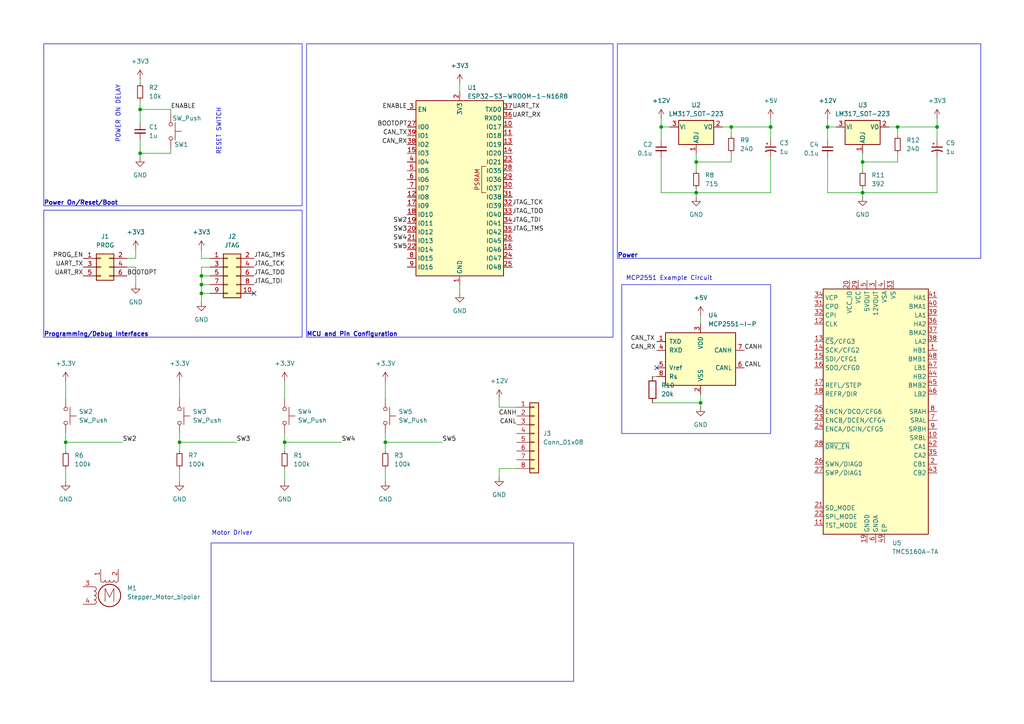
<source format=kicad_sch>
(kicad_sch (version 20231120) (generator "eeschema") (generator_version "8.0")
  (paper "A4")
  (lib_symbols
    (symbol "Connector_Generic:Conn_01x08" (pin_names (offset 1.016) hide)
      (property "Reference" "J" (at 0 10.16 0))
      (property "Value" "Conn_01x08" (at 0 -12.7 0))
      (symbol "Conn_01x08_1_1"
        (rectangle (start -1.27 -10.033) (end 0 -10.287) (stroke (width 0.1524)))
        (rectangle (start -1.27 -7.493) (end 0 -7.747) (stroke (width 0.1524)))
        (rectangle (start -1.27 -4.953) (end 0 -5.207) (stroke (width 0.1524)))
        (rectangle (start -1.27 -2.413) (end 0 -2.667) (stroke (width 0.1524)))
        (rectangle (start -1.27 0.127) (end 0 -0.127) (stroke (width 0.1524)))
        (rectangle (start -1.27 2.667) (end 0 2.413) (stroke (width 0.1524)))
        (rectangle (start -1.27 5.207) (end 0 4.953) (stroke (width 0.1524)))
        (rectangle (start -1.27 7.747) (end 0 7.493) (stroke (width 0.1524)))
        (rectangle (start -1.27 8.89) (end 1.27 -11.43) (stroke (width 0.254)) (fill (type background)))
        (pin passive line (at -5.08 7.62 0) (length 3.81) (name "Pin_1") (number "1"))
        (pin passive line (at -5.08 5.08 0) (length 3.81) (name "Pin_2") (number "2"))
        (pin passive line (at -5.08 2.54 0) (length 3.81) (name "Pin_3") (number "3"))
        (pin passive line (at -5.08 0 0) (length 3.81) (name "Pin_4") (number "4"))
        (pin passive line (at -5.08 -2.54 0) (length 3.81) (name "Pin_5") (number "5"))
        (pin passive line (at -5.08 -5.08 0) (length 3.81) (name "Pin_6") (number "6"))
        (pin passive line (at -5.08 -7.62 0) (length 3.81) (name "Pin_7") (number "7"))
        (pin passive line (at -5.08 -10.16 0) (length 3.81) (name "Pin_8") (number "8"))
      )
    )
    (symbol "Connector_Generic:Conn_02x03_Odd_Even" (pin_names (offset 1.016) hide)
      (property "Reference" "J" (at 1.27 5.08 0))
      (property "Value" "Conn_02x03_Odd_Even" (at 1.27 -5.08 0))
      (symbol "Conn_02x03_Odd_Even_1_1"
        (rectangle (start -1.27 -2.413) (end 0 -2.667) (stroke (width 0.1524)))
        (rectangle (start -1.27 0.127) (end 0 -0.127) (stroke (width 0.1524)))
        (rectangle (start -1.27 2.667) (end 0 2.413) (stroke (width 0.1524)))
        (rectangle (start -1.27 3.81) (end 3.81 -3.81) (stroke (width 0.254)) (fill (type background)))
        (rectangle (start 3.81 -2.413) (end 2.54 -2.667) (stroke (width 0.1524)))
        (rectangle (start 3.81 0.127) (end 2.54 -0.127) (stroke (width 0.1524)))
        (rectangle (start 3.81 2.667) (end 2.54 2.413) (stroke (width 0.1524)))
        (pin passive line (at -5.08 2.54 0) (length 3.81) (name "Pin_1") (number "1"))
        (pin passive line (at 7.62 2.54 180) (length 3.81) (name "Pin_2") (number "2"))
        (pin passive line (at -5.08 0 0) (length 3.81) (name "Pin_3") (number "3"))
        (pin passive line (at 7.62 0 180) (length 3.81) (name "Pin_4") (number "4"))
        (pin passive line (at -5.08 -2.54 0) (length 3.81) (name "Pin_5") (number "5"))
        (pin passive line (at 7.62 -2.54 180) (length 3.81) (name "Pin_6") (number "6"))
      )
    )
    (symbol "Connector_Generic:Conn_02x05_Odd_Even" (pin_names (offset 1.016) hide)
      (property "Reference" "J" (at 1.27 7.62 0))
      (property "Value" "Conn_02x05_Odd_Even" (at 1.27 -7.62 0))
      (symbol "Conn_02x05_Odd_Even_1_1"
        (rectangle (start -1.27 -4.953) (end 0 -5.207) (stroke (width 0.1524)))
        (rectangle (start -1.27 -2.413) (end 0 -2.667) (stroke (width 0.1524)))
        (rectangle (start -1.27 0.127) (end 0 -0.127) (stroke (width 0.1524)))
        (rectangle (start -1.27 2.667) (end 0 2.413) (stroke (width 0.1524)))
        (rectangle (start -1.27 5.207) (end 0 4.953) (stroke (width 0.1524)))
        (rectangle (start -1.27 6.35) (end 3.81 -6.35) (stroke (width 0.254)) (fill (type background)))
        (rectangle (start 3.81 -4.953) (end 2.54 -5.207) (stroke (width 0.1524)))
        (rectangle (start 3.81 -2.413) (end 2.54 -2.667) (stroke (width 0.1524)))
        (rectangle (start 3.81 0.127) (end 2.54 -0.127) (stroke (width 0.1524)))
        (rectangle (start 3.81 2.667) (end 2.54 2.413) (stroke (width 0.1524)))
        (rectangle (start 3.81 5.207) (end 2.54 4.953) (stroke (width 0.1524)))
        (pin passive line (at -5.08 5.08 0) (length 3.81) (name "Pin_1") (number "1"))
        (pin passive line (at 7.62 -5.08 180) (length 3.81) (name "Pin_10") (number "10"))
        (pin passive line (at 7.62 5.08 180) (length 3.81) (name "Pin_2") (number "2"))
        (pin passive line (at -5.08 2.54 0) (length 3.81) (name "Pin_3") (number "3"))
        (pin passive line (at 7.62 2.54 180) (length 3.81) (name "Pin_4") (number "4"))
        (pin passive line (at -5.08 0 0) (length 3.81) (name "Pin_5") (number "5"))
        (pin passive line (at 7.62 0 180) (length 3.81) (name "Pin_6") (number "6"))
        (pin passive line (at -5.08 -2.54 0) (length 3.81) (name "Pin_7") (number "7"))
        (pin passive line (at 7.62 -2.54 180) (length 3.81) (name "Pin_8") (number "8"))
        (pin passive line (at -5.08 -5.08 0) (length 3.81) (name "Pin_9") (number "9"))
      )
    )
    (symbol "Device:C_Polarized_Small_US" (pin_numbers hide) (pin_names (offset 0.254) hide)
      (property "Reference" "C" (at 0.254 1.778 0))
      (property "Value" "C_Polarized_Small_US" (at 0.254 -2.032 0))
      (symbol "C_Polarized_Small_US_0_1"
        (polyline (pts (xy -1.524 0.508) (xy 1.524 0.508)) (stroke (width 0.3048)))
        (polyline (pts (xy -1.27 1.524) (xy -0.762 1.524)))
        (polyline (pts (xy -1.016 1.27) (xy -1.016 1.778)))
        (arc (start 1.524 -0.762) (mid 0 -0.3734) (end -1.524 -0.762) (stroke (width 0.3048)))
      )
      (symbol "C_Polarized_Small_US_1_1"
        (pin passive line (at 0 2.54 270) (length 2.032) (name "~") (number "1"))
        (pin passive line (at 0 -2.54 90) (length 2.032) (name "~") (number "2"))
      )
    )
    (symbol "Device:C_Small" (pin_numbers hide) (pin_names (offset 0.254) hide)
      (property "Reference" "C" (at 0.254 1.778 0))
      (property "Value" "C_Small" (at 0.254 -2.032 0))
      (symbol "C_Small_0_1"
        (polyline (pts (xy -1.524 -0.508) (xy 1.524 -0.508)) (stroke (width 0.3302)))
        (polyline (pts (xy -1.524 0.508) (xy 1.524 0.508)) (stroke (width 0.3048)))
      )
      (symbol "C_Small_1_1"
        (pin passive line (at 0 2.54 270) (length 2.032) (name "~") (number "1"))
        (pin passive line (at 0 -2.54 90) (length 2.032) (name "~") (number "2"))
      )
    )
    (symbol "Device:R" (pin_numbers hide) (pin_names (offset 0))
      (property "Reference" "R" (at 2.032 0 90))
      (property "Value" "R" (at 0 0 90))
      (symbol "R_0_1"
        (rectangle (start -1.016 -2.54) (end 1.016 2.54) (stroke (width 0.254)))
      )
      (symbol "R_1_1"
        (pin passive line (at 0 3.81 270) (length 1.27) (name "~") (number "1"))
        (pin passive line (at 0 -3.81 90) (length 1.27) (name "~") (number "2"))
      )
    )
    (symbol "Device:R_Small" (pin_numbers hide) (pin_names (offset 0.254) hide)
      (property "Reference" "R" (at 0.762 0.508 0))
      (property "Value" "R_Small" (at 0.762 -1.016 0))
      (symbol "R_Small_0_1"
        (rectangle (start -0.762 1.778) (end 0.762 -1.778) (stroke (width 0.2032)))
      )
      (symbol "R_Small_1_1"
        (pin passive line (at 0 2.54 270) (length 0.762) (name "~") (number "1"))
        (pin passive line (at 0 -2.54 90) (length 0.762) (name "~") (number "2"))
      )
    )
    (symbol "Driver_Motor:TMC5160A-TA"
      (property "Reference" "U" (at -11.43 38.1 0))
      (property "Value" "TMC5160A-TA" (at 10.16 38.1 0))
      (symbol "TMC5160A-TA_1_0"
        (rectangle (start -15.24 -35.56) (end 15.24 35.56) (stroke (width 0.254)) (fill (type background)))
      )
      (symbol "TMC5160A-TA_1_1"
        (pin output line (at 17.78 17.78 180) (length 2.54) (name "HB1") (number "1"))
        (pin passive line (at 17.78 -7.62 180) (length 2.54) (name "SRBL") (number "10"))
        (pin input line (at -17.78 -33.02 0) (length 2.54) (name "TST_MODE") (number "11"))
        (pin input line (at -17.78 25.4 0) (length 2.54) (name "CLK") (number "12"))
        (pin input line (at -17.78 20.32 0) (length 2.54) (name "~{CS}/CFG3") (number "13"))
        (pin input line (at -17.78 17.78 0) (length 2.54) (name "SCK/CFG2") (number "14"))
        (pin input line (at -17.78 15.24 0) (length 2.54) (name "SDI/CFG1") (number "15"))
        (pin bidirectional line (at -17.78 12.7 0) (length 2.54) (name "SDO/CFG0") (number "16"))
        (pin input line (at -17.78 7.62 0) (length 2.54) (name "REFL/STEP") (number "17"))
        (pin input line (at -17.78 5.08 0) (length 2.54) (name "REFR/DIR") (number "18"))
        (pin power_in line (at -2.54 -38.1 90) (length 2.54) (name "GNDD") (number "19"))
        (pin passive line (at 17.78 -15.24 180) (length 2.54) (name "CB1") (number "2"))
        (pin power_in line (at -7.62 38.1 270) (length 2.54) (name "VCC_IO") (number "20"))
        (pin input line (at -17.78 -27.94 0) (length 2.54) (name "SD_MODE") (number "21"))
        (pin input line (at -17.78 -30.48 0) (length 2.54) (name "SPI_MODE") (number "22"))
        (pin input line (at -17.78 -2.54 0) (length 2.54) (name "ENCB/DCEN/CFG4") (number "23"))
        (pin input line (at -17.78 -5.08 0) (length 2.54) (name "ENCA/DCIN/CFG5") (number "24"))
        (pin bidirectional line (at -17.78 0 0) (length 2.54) (name "ENCN/DCO/CFG6") (number "25"))
        (pin bidirectional line (at -17.78 -15.24 0) (length 2.54) (name "SWN/DIAG0") (number "26"))
        (pin bidirectional line (at -17.78 -17.78 0) (length 2.54) (name "SWP/DIAG1") (number "27"))
        (pin input line (at -17.78 -10.16 0) (length 2.54) (name "~{DRV_EN}") (number "28"))
        (pin power_in line (at -5.08 38.1 270) (length 2.54) (name "VCC") (number "29"))
        (pin power_out line (at 0 38.1 270) (length 2.54) (name "12VOUT") (number "3"))
        (pin passive line (at -2.54 -38.1 90) (length 2.54) hide (name "GNDD") (number "30"))
        (pin passive line (at -17.78 30.48 0) (length 2.54) (name "CPO") (number "31"))
        (pin passive line (at -17.78 27.94 0) (length 2.54) (name "CPI") (number "32"))
        (pin power_in line (at 5.08 38.1 270) (length 2.54) (name "VS") (number "33"))
        (pin passive line (at -17.78 33.02 0) (length 2.54) (name "VCP") (number "34"))
        (pin passive line (at 17.78 -12.7 180) (length 2.54) (name "CA2") (number "35"))
        (pin output line (at 17.78 25.4 180) (length 2.54) (name "HA2") (number "36"))
        (pin passive line (at 17.78 22.86 180) (length 2.54) (name "BMA2") (number "37"))
        (pin output line (at 17.78 20.32 180) (length 2.54) (name "LA2") (number "38"))
        (pin output line (at 17.78 27.94 180) (length 2.54) (name "LA1") (number "39"))
        (pin power_in line (at 2.54 38.1 270) (length 2.54) (name "VSA") (number "4"))
        (pin passive line (at 17.78 30.48 180) (length 2.54) (name "BMA1") (number "40"))
        (pin output line (at 17.78 33.02 180) (length 2.54) (name "HA1") (number "41"))
        (pin passive line (at 17.78 -10.16 180) (length 2.54) (name "CA1") (number "42"))
        (pin passive line (at 17.78 -17.78 180) (length 2.54) (name "CB2") (number "43"))
        (pin output line (at 17.78 10.16 180) (length 2.54) (name "HB2") (number "44"))
        (pin passive line (at 17.78 7.62 180) (length 2.54) (name "BMB2") (number "45"))
        (pin output line (at 17.78 5.08 180) (length 2.54) (name "LB2") (number "46"))
        (pin output line (at 17.78 12.7 180) (length 2.54) (name "LB1") (number "47"))
        (pin passive line (at 17.78 15.24 180) (length 2.54) (name "BMB1") (number "48"))
        (pin power_in line (at 2.54 -38.1 90) (length 2.54) (name "EP") (number "49"))
        (pin power_out line (at -2.54 38.1 270) (length 2.54) (name "5VOUT") (number "5"))
        (pin power_in line (at 0 -38.1 90) (length 2.54) (name "GNDA") (number "6"))
        (pin passive line (at 17.78 -2.54 180) (length 2.54) (name "SRAL") (number "7"))
        (pin passive line (at 17.78 0 180) (length 2.54) (name "SRAH") (number "8"))
        (pin passive line (at 17.78 -5.08 180) (length 2.54) (name "SRBH") (number "9"))
      )
    )
    (symbol "Interface_CAN_LIN:MCP2551-I-P" (pin_names (offset 1.016))
      (property "Reference" "U" (at -10.16 8.89 0))
      (property "Value" "MCP2551-I-P" (at 2.54 8.89 0))
      (symbol "MCP2551-I-P_0_1"
        (rectangle (start -10.16 7.62) (end 10.16 -7.62) (stroke (width 0.254)) (fill (type background)))
      )
      (symbol "MCP2551-I-P_1_1"
        (pin input line (at -12.7 5.08 0) (length 2.54) (name "TXD") (number "1"))
        (pin power_in line (at 0 -10.16 90) (length 2.54) (name "VSS") (number "2"))
        (pin power_in line (at 0 10.16 270) (length 2.54) (name "VDD") (number "3"))
        (pin output line (at -12.7 2.54 0) (length 2.54) (name "RXD") (number "4"))
        (pin power_out line (at -12.7 -2.54 0) (length 2.54) (name "Vref") (number "5"))
        (pin bidirectional line (at 12.7 -2.54 180) (length 2.54) (name "CANL") (number "6"))
        (pin bidirectional line (at 12.7 2.54 180) (length 2.54) (name "CANH") (number "7"))
        (pin input line (at -12.7 -5.08 0) (length 2.54) (name "Rs") (number "8"))
      )
    )
    (symbol "Motor:Stepper_Motor_bipolar" (pin_names (offset 0) hide)
      (property "Reference" "M" (at 3.81 2.54 0))
      (property "Value" "Stepper_Motor_bipolar" (at 3.81 1.27 0))
      (symbol "Stepper_Motor_bipolar_0_0"
        (polyline (pts (xy -1.27 -1.778) (xy -1.27 2.032) (xy 0 -0.508) (xy 1.27 2.032) (xy 1.27 -1.778)))
      )
      (symbol "Stepper_Motor_bipolar_0_1"
        (arc (start -4.445 -2.54) (mid -3.8127 -1.905) (end -4.445 -1.27))
        (arc (start -4.445 -1.27) (mid -3.8127 -0.635) (end -4.445 0))
        (arc (start -4.445 0) (mid -3.8127 0.635) (end -4.445 1.27))
        (arc (start -4.445 1.27) (mid -3.8127 1.905) (end -4.445 2.54))
        (arc (start -2.54 4.445) (mid -1.905 3.8127) (end -1.27 4.445))
        (arc (start -1.27 4.445) (mid -0.635 3.8127) (end 0 4.445))
        (polyline (pts (xy -5.08 -2.54) (xy -4.445 -2.54)))
        (polyline (pts (xy -5.08 2.54) (xy -4.445 2.54)))
        (polyline (pts (xy -2.54 5.08) (xy -2.54 4.445)))
        (polyline (pts (xy 2.54 5.08) (xy 2.54 4.445)))
        (circle (center 0 0) (radius 3.2512) (stroke (width 0.254)))
        (arc (start 0 4.445) (mid 0.635 3.8127) (end 1.27 4.445))
        (arc (start 1.27 4.445) (mid 1.905 3.8127) (end 2.54 4.445))
      )
      (symbol "Stepper_Motor_bipolar_1_1"
        (pin passive line (at -2.54 7.62 270) (length 2.54) (name "~") (number "1"))
        (pin passive line (at 2.54 7.62 270) (length 2.54) (name "-") (number "2"))
        (pin passive line (at -7.62 2.54 0) (length 2.54) (name "~") (number "3"))
        (pin passive line (at -7.62 -2.54 0) (length 2.54) (name "~") (number "4"))
      )
    )
    (symbol "RF_Module:ESP32-S3-WROOM-1"
      (property "Reference" "U" (at -12.7 26.67 0))
      (property "Value" "ESP32-S3-WROOM-1" (at 12.7 26.67 0))
      (symbol "ESP32-S3-WROOM-1_0_0"
        (rectangle (start -12.7 25.4) (end 12.7 -25.4) (stroke (width 0.254)) (fill (type background)))
        (text "PSRAM" (at 5.08 2.54 900) (effects (font (size 1.27 1.27))))
      )
      (symbol "ESP32-S3-WROOM-1_0_1"
        (polyline (pts (xy 7.62 -1.27) (xy 6.35 -1.27) (xy 6.35 6.35) (xy 7.62 6.35)))
      )
      (symbol "ESP32-S3-WROOM-1_1_1"
        (pin power_in line (at 0 -27.94 90) (length 2.54) (name "GND") (number "1"))
        (pin bidirectional line (at 15.24 17.78 180) (length 2.54) (name "IO17") (number "10"))
        (pin bidirectional line (at 15.24 15.24 180) (length 2.54) (name "IO18") (number "11"))
        (pin bidirectional line (at -15.24 -2.54 0) (length 2.54) (name "IO8") (number "12"))
        (pin bidirectional line (at 15.24 12.7 180) (length 2.54) (name "IO19") (number "13"))
        (pin bidirectional line (at 15.24 10.16 180) (length 2.54) (name "IO20") (number "14"))
        (pin bidirectional line (at -15.24 10.16 0) (length 2.54) (name "IO3") (number "15"))
        (pin bidirectional line (at 15.24 -17.78 180) (length 2.54) (name "IO46") (number "16"))
        (pin bidirectional line (at -15.24 -5.08 0) (length 2.54) (name "IO9") (number "17"))
        (pin bidirectional line (at -15.24 -7.62 0) (length 2.54) (name "IO10") (number "18"))
        (pin bidirectional line (at -15.24 -10.16 0) (length 2.54) (name "IO11") (number "19"))
        (pin power_in line (at 0 27.94 270) (length 2.54) (name "3V3") (number "2"))
        (pin bidirectional line (at -15.24 -12.7 0) (length 2.54) (name "IO12") (number "20"))
        (pin bidirectional line (at -15.24 -15.24 0) (length 2.54) (name "IO13") (number "21"))
        (pin bidirectional line (at -15.24 -17.78 0) (length 2.54) (name "IO14") (number "22"))
        (pin bidirectional line (at 15.24 7.62 180) (length 2.54) (name "IO21") (number "23"))
        (pin bidirectional line (at 15.24 -20.32 180) (length 2.54) (name "IO47") (number "24"))
        (pin bidirectional line (at 15.24 -22.86 180) (length 2.54) (name "IO48") (number "25"))
        (pin bidirectional line (at 15.24 -15.24 180) (length 2.54) (name "IO45") (number "26"))
        (pin bidirectional line (at -15.24 17.78 0) (length 2.54) (name "IO0") (number "27"))
        (pin bidirectional line (at 15.24 5.08 180) (length 2.54) (name "IO35") (number "28"))
        (pin bidirectional line (at 15.24 2.54 180) (length 2.54) (name "IO36") (number "29"))
        (pin input line (at -15.24 22.86 0) (length 2.54) (name "EN") (number "3"))
        (pin bidirectional line (at 15.24 0 180) (length 2.54) (name "IO37") (number "30"))
        (pin bidirectional line (at 15.24 -2.54 180) (length 2.54) (name "IO38") (number "31"))
        (pin bidirectional line (at 15.24 -5.08 180) (length 2.54) (name "IO39") (number "32"))
        (pin bidirectional line (at 15.24 -7.62 180) (length 2.54) (name "IO40") (number "33"))
        (pin bidirectional line (at 15.24 -10.16 180) (length 2.54) (name "IO41") (number "34"))
        (pin bidirectional line (at 15.24 -12.7 180) (length 2.54) (name "IO42") (number "35"))
        (pin bidirectional line (at 15.24 20.32 180) (length 2.54) (name "RXD0") (number "36"))
        (pin bidirectional line (at 15.24 22.86 180) (length 2.54) (name "TXD0") (number "37"))
        (pin bidirectional line (at -15.24 12.7 0) (length 2.54) (name "IO2") (number "38"))
        (pin bidirectional line (at -15.24 15.24 0) (length 2.54) (name "IO1") (number "39"))
        (pin bidirectional line (at -15.24 7.62 0) (length 2.54) (name "IO4") (number "4"))
        (pin passive line (at 0 -27.94 90) (length 2.54) hide (name "GND") (number "40"))
        (pin passive line (at 0 -27.94 90) (length 2.54) hide (name "GND") (number "41"))
        (pin bidirectional line (at -15.24 5.08 0) (length 2.54) (name "IO5") (number "5"))
        (pin bidirectional line (at -15.24 2.54 0) (length 2.54) (name "IO6") (number "6"))
        (pin bidirectional line (at -15.24 0 0) (length 2.54) (name "IO7") (number "7"))
        (pin bidirectional line (at -15.24 -20.32 0) (length 2.54) (name "IO15") (number "8"))
        (pin bidirectional line (at -15.24 -22.86 0) (length 2.54) (name "IO16") (number "9"))
      )
    )
    (symbol "Regulator_Linear:LM317_SOT-223" (pin_names (offset 0.254))
      (property "Reference" "U" (at -3.81 3.175 0))
      (property "Value" "LM317_SOT-223" (at 0 3.175 0))
      (symbol "LM317_SOT-223_0_1"
        (rectangle (start -5.08 1.905) (end 5.08 -5.08) (stroke (width 0.254)) (fill (type background)))
      )
      (symbol "LM317_SOT-223_1_1"
        (pin input line (at 0 -7.62 90) (length 2.54) (name "ADJ") (number "1"))
        (pin power_out line (at 7.62 0 180) (length 2.54) (name "VO") (number "2"))
        (pin power_in line (at -7.62 0 0) (length 2.54) (name "VI") (number "3"))
      )
    )
    (symbol "Switch:SW_Push" (pin_numbers hide) (pin_names (offset 1.016) hide)
      (property "Reference" "SW" (at 1.27 2.54 0))
      (property "Value" "SW_Push" (at 0 -1.524 0))
      (symbol "SW_Push_0_1"
        (circle (center -2.032 0) (radius 0.508))
        (polyline (pts (xy 0 1.27) (xy 0 3.048)))
        (polyline (pts (xy 2.54 1.27) (xy -2.54 1.27)))
        (circle (center 2.032 0) (radius 0.508))
        (pin passive line (at -5.08 0 0) (length 2.54) (name "1") (number "1"))
        (pin passive line (at 5.08 0 180) (length 2.54) (name "2") (number "2"))
      )
    )
    (symbol "power:+12V" (power) (pin_numbers hide) (pin_names (offset 0) hide)
      (property "Value" "+12V" (at 0 3.556 0))
      (symbol "+12V_0_1"
        (polyline (pts (xy -0.762 1.27) (xy 0 2.54)))
        (polyline (pts (xy 0 0) (xy 0 2.54)))
        (polyline (pts (xy 0 2.54) (xy 0.762 1.27)))
      )
      (symbol "+12V_1_1"
        (pin power_in line (at 0 0 90) (length 0) (name "~") (number "1"))
      )
    )
    (symbol "power:+3.3V" (power) (pin_numbers hide) (pin_names (offset 0) hide)
      (property "Value" "+3.3V" (at 0 3.556 0))
      (symbol "+3.3V_0_1"
        (polyline (pts (xy -0.762 1.27) (xy 0 2.54)))
        (polyline (pts (xy 0 0) (xy 0 2.54)))
        (polyline (pts (xy 0 2.54) (xy 0.762 1.27)))
      )
      (symbol "+3.3V_1_1"
        (pin power_in line (at 0 0 90) (length 0) (name "~") (number "1"))
      )
    )
    (symbol "power:+3V3" (power) (pin_numbers hide) (pin_names (offset 0) hide)
      (property "Value" "+3V3" (at 0 3.556 0))
      (symbol "+3V3_0_1"
        (polyline (pts (xy -0.762 1.27) (xy 0 2.54)))
        (polyline (pts (xy 0 0) (xy 0 2.54)))
        (polyline (pts (xy 0 2.54) (xy 0.762 1.27)))
      )
      (symbol "+3V3_1_1"
        (pin power_in line (at 0 0 90) (length 0) (name "~") (number "1"))
      )
    )
    (symbol "power:+5V" (power) (pin_numbers hide) (pin_names (offset 0) hide)
      (property "Value" "+5V" (at 0 3.556 0))
      (symbol "+5V_0_1"
        (polyline (pts (xy -0.762 1.27) (xy 0 2.54)))
        (polyline (pts (xy 0 0) (xy 0 2.54)))
        (polyline (pts (xy 0 2.54) (xy 0.762 1.27)))
      )
      (symbol "+5V_1_1"
        (pin power_in line (at 0 0 90) (length 0) (name "~") (number "1"))
      )
    )
    (symbol "power:GND" (power) (pin_numbers hide) (pin_names (offset 0) hide)
      (property "Value" "GND" (at 0 -3.81 0))
      (symbol "GND_0_1"
        (polyline (pts (xy 0 0) (xy 0 -1.27) (xy 1.27 -1.27) (xy 0 -2.54) (xy -1.27 -1.27) (xy 0 -1.27)))
      )
      (symbol "GND_1_1"
        (pin power_in line (at 0 0 270) (length 0) (name "~") (number "1"))
      )
    )
  )
  (junction (at 223.52 36.83))
  (junction (at 58.42 80.01))
  (junction (at 201.93 55.88))
  (junction (at 250.19 46.99))
  (junction (at 201.93 46.99))
  (junction (at 52.07 128.27))
  (junction (at 40.64 31.75))
  (junction (at 203.2 116.84))
  (junction (at 212.09 36.83))
  (junction (at 19.05 128.27))
  (junction (at 40.64 44.45))
  (junction (at 191.77 36.83))
  (junction (at 260.35 36.83))
  (junction (at 271.78 36.83))
  (junction (at 58.42 85.09))
  (junction (at 250.19 55.88))
  (junction (at 111.76 128.27))
  (junction (at 82.55 128.27))
  (junction (at 58.42 82.55))
  (junction (at 240.03 36.83))
  (no_connect (at 190.5 106.68))
  (no_connect (at 73.66 85.09))
  (wire (pts (xy 250.19 57.15) (xy 250.19 55.88)))
  (wire (pts (xy 40.64 29.21) (xy 40.64 31.75)))
  (wire (pts (xy 19.05 128.27) (xy 35.56 128.27)))
  (wire (pts (xy 240.03 55.88) (xy 240.03 45.72)))
  (wire (pts (xy 212.09 46.99) (xy 201.93 46.99)))
  (wire (pts (xy 111.76 135.89) (xy 111.76 139.7)))
  (wire (pts (xy 111.76 125.73) (xy 111.76 128.27)))
  (wire (pts (xy 52.07 110.49) (xy 52.07 115.57)))
  (wire (pts (xy 133.35 24.13) (xy 133.35 26.67)))
  (wire (pts (xy 82.55 135.89) (xy 82.55 139.7)))
  (wire (pts (xy 190.5 109.22) (xy 189.23 109.22)))
  (wire (pts (xy 191.77 55.88) (xy 191.77 45.72)))
  (wire (pts (xy 19.05 125.73) (xy 19.05 128.27)))
  (wire (pts (xy 250.19 44.45) (xy 250.19 46.99)))
  (wire (pts (xy 58.42 80.01) (xy 60.96 80.01)))
  (wire (pts (xy 58.42 82.55) (xy 60.96 82.55)))
  (wire (pts (xy 201.93 46.99) (xy 201.93 49.53)))
  (wire (pts (xy 58.42 82.55) (xy 58.42 85.09)))
  (wire (pts (xy 40.64 31.75) (xy 40.64 35.56)))
  (wire (pts (xy 240.03 34.29) (xy 240.03 36.83)))
  (wire (pts (xy 250.19 54.61) (xy 250.19 55.88)))
  (wire (pts (xy 271.78 55.88) (xy 250.19 55.88)))
  (wire (pts (xy 271.78 40.64) (xy 271.78 36.83)))
  (wire (pts (xy 260.35 44.45) (xy 260.35 46.99)))
  (wire (pts (xy 82.55 128.27) (xy 99.06 128.27)))
  (wire (pts (xy 40.64 44.45) (xy 40.64 45.72)))
  (wire (pts (xy 39.37 74.93) (xy 39.37 72.39)))
  (wire (pts (xy 49.53 43.18) (xy 49.53 44.45)))
  (wire (pts (xy 149.86 118.11) (xy 144.78 118.11)))
  (wire (pts (xy 223.52 34.29) (xy 223.52 36.83)))
  (wire (pts (xy 58.42 77.47) (xy 58.42 80.01)))
  (wire (pts (xy 19.05 135.89) (xy 19.05 139.7)))
  (wire (pts (xy 52.07 128.27) (xy 68.58 128.27)))
  (wire (pts (xy 240.03 36.83) (xy 242.57 36.83)))
  (wire (pts (xy 223.52 55.88) (xy 201.93 55.88)))
  (wire (pts (xy 36.83 77.47) (xy 39.37 77.47)))
  (wire (pts (xy 223.52 45.72) (xy 223.52 55.88)))
  (wire (pts (xy 60.96 74.93) (xy 58.42 74.93)))
  (wire (pts (xy 191.77 36.83) (xy 191.77 40.64)))
  (wire (pts (xy 111.76 110.49) (xy 111.76 115.57)))
  (wire (pts (xy 49.53 31.75) (xy 40.64 31.75)))
  (wire (pts (xy 271.78 36.83) (xy 260.35 36.83)))
  (wire (pts (xy 58.42 85.09) (xy 58.42 87.63)))
  (wire (pts (xy 40.64 40.64) (xy 40.64 44.45)))
  (wire (pts (xy 52.07 128.27) (xy 52.07 130.81)))
  (wire (pts (xy 60.96 85.09) (xy 58.42 85.09)))
  (wire (pts (xy 223.52 36.83) (xy 212.09 36.83)))
  (wire (pts (xy 260.35 36.83) (xy 257.81 36.83)))
  (wire (pts (xy 260.35 46.99) (xy 250.19 46.99)))
  (wire (pts (xy 36.83 74.93) (xy 39.37 74.93)))
  (wire (pts (xy 40.64 44.45) (xy 49.53 44.45)))
  (wire (pts (xy 212.09 36.83) (xy 209.55 36.83)))
  (wire (pts (xy 223.52 40.64) (xy 223.52 36.83)))
  (wire (pts (xy 82.55 125.73) (xy 82.55 128.27)))
  (wire (pts (xy 52.07 135.89) (xy 52.07 139.7)))
  (wire (pts (xy 58.42 80.01) (xy 58.42 82.55)))
  (wire (pts (xy 212.09 39.37) (xy 212.09 36.83)))
  (wire (pts (xy 201.93 57.15) (xy 201.93 55.88)))
  (wire (pts (xy 149.86 135.89) (xy 144.78 135.89)))
  (wire (pts (xy 39.37 77.47) (xy 39.37 82.55)))
  (wire (pts (xy 40.64 22.86) (xy 40.64 24.13)))
  (wire (pts (xy 250.19 46.99) (xy 250.19 49.53)))
  (wire (pts (xy 19.05 128.27) (xy 19.05 130.81)))
  (wire (pts (xy 60.96 77.47) (xy 58.42 77.47)))
  (wire (pts (xy 212.09 44.45) (xy 212.09 46.99)))
  (wire (pts (xy 58.42 74.93) (xy 58.42 72.39)))
  (wire (pts (xy 191.77 36.83) (xy 194.31 36.83)))
  (wire (pts (xy 250.19 55.88) (xy 240.03 55.88)))
  (wire (pts (xy 271.78 45.72) (xy 271.78 55.88)))
  (wire (pts (xy 189.23 116.84) (xy 203.2 116.84)))
  (wire (pts (xy 201.93 55.88) (xy 191.77 55.88)))
  (wire (pts (xy 240.03 36.83) (xy 240.03 40.64)))
  (wire (pts (xy 19.05 110.49) (xy 19.05 115.57)))
  (wire (pts (xy 144.78 118.11) (xy 144.78 115.57)))
  (wire (pts (xy 201.93 44.45) (xy 201.93 46.99)))
  (wire (pts (xy 82.55 128.27) (xy 82.55 130.81)))
  (wire (pts (xy 203.2 114.3) (xy 203.2 116.84)))
  (wire (pts (xy 133.35 82.55) (xy 133.35 85.09)))
  (wire (pts (xy 111.76 128.27) (xy 128.27 128.27)))
  (wire (pts (xy 49.53 33.02) (xy 49.53 31.75)))
  (wire (pts (xy 82.55 110.49) (xy 82.55 115.57)))
  (wire (pts (xy 191.77 34.29) (xy 191.77 36.83)))
  (wire (pts (xy 111.76 128.27) (xy 111.76 130.81)))
  (wire (pts (xy 260.35 39.37) (xy 260.35 36.83)))
  (wire (pts (xy 271.78 34.29) (xy 271.78 36.83)))
  (wire (pts (xy 201.93 54.61) (xy 201.93 55.88)))
  (wire (pts (xy 203.2 116.84) (xy 203.2 118.11)))
  (wire (pts (xy 144.78 135.89) (xy 144.78 138.43)))
  (wire (pts (xy 203.2 91.44) (xy 203.2 93.98)))
  (wire (pts (xy 52.07 125.73) (xy 52.07 128.27)))
  (rectangle (start 61.214 157.48) (end 166.37 197.612))
  (rectangle (start 12.7 60.96) (end 87.63 97.79))
  (rectangle (start 12.7 12.7) (end 87.63 59.69))
  (rectangle (start 88.9 12.7) (end 177.8 97.79))
  (rectangle (start 179.07 12.7) (end 284.48 74.93))
  (rectangle (start 180.34 82.55) (end 223.52 125.73))
  (text "Programming/Debug Interfaces" (at 12.7 97.79 0) (effects (font (size 1.27 1.27) (thickness 0.254) (bold yes)) (justify left bottom)))
  (text "Motor Driver\n" (at 67.31 154.686 0) (effects (font (size 1.27 1.27))))
  (text "Power" (at 179.07 74.93 0) (effects (font (size 1.27 1.27) (thickness 0.254) (bold yes)) (justify left bottom)))
  (text "MCU and Pin Configuration" (at 88.9 97.79 0) (effects (font (size 1.27 1.27) (thickness 0.254) (bold yes)) (justify left bottom)))
  (text "RESET SWITCH" (at 63.5 38.1 90) (effects (font (size 1.27 1.27))))
  (text "POWER ON DELAY" (at 34.29 33.02 90) (effects (font (size 1.27 1.27))))
  (text "Power On/Reset/Boot" (at 12.7 59.69 0) (effects (font (size 1.27 1.27) (thickness 0.254) (bold yes)) (justify left bottom)))
  (text "MCP2551 Example Circuit\n" (at 194.056 80.772 0) (effects (font (size 1.27 1.27))))
  (label "SW3" (at 68.58 128.27 0))
  (label "JTAG_TDO" (at 73.66 80.01 0))
  (label "CANL" (at 149.86 123.19 180))
  (label "JTAG_TMS" (at 73.66 74.93 0))
  (label "BOOTOPT" (at 36.83 80.01 0))
  (label "ENABLE" (at 118.11 31.75 180))
  (label "JTAG_TCK" (at 148.59 59.69 0))
  (label "SW5" (at 118.11 72.39 180))
  (label "CAN_RX" (at 182.88 101.6 0))
  (label "SW3" (at 118.11 67.31 180))
  (label "ENABLE" (at 49.53 31.75 0))
  (label "CANH" (at 149.86 120.65 180))
  (label "CAN_TX" (at 182.88 99.06 0))
  (label "UART_RX" (at 24.13 80.01 180))
  (label "SW2" (at 35.56 128.27 0))
  (label "JTAG_TMS" (at 148.59 67.31 0))
  (label "CAN_TX" (at 118.11 39.37 180))
  (label "UART_TX" (at 148.59 31.75 0))
  (label "PROG_EN" (at 24.13 74.93 180))
  (label "UART_RX" (at 148.59 34.29 0))
  (label "CANH" (at 215.9 101.6 0))
  (label "JTAG_TDI" (at 148.59 64.77 0))
  (label "SW4" (at 118.11 69.85 180))
  (label "UART_TX" (at 24.13 77.47 180))
  (label "SW4" (at 99.06 128.27 0))
  (label "BOOTOPT" (at 118.11 36.83 180))
  (label "SW2" (at 118.11 64.77 180))
  (label "JTAG_TDI" (at 73.66 82.55 0))
  (label "CANL" (at 215.9 106.68 0))
  (label "JTAG_TDO" (at 148.59 62.23 0))
  (label "CAN_RX" (at 118.11 41.91 180))
  (label "SW5" (at 128.27 128.27 0))
  (label "JTAG_TCK" (at 73.66 77.47 0))
  (symbol (lib_id "Device:R") (at 189.23 113.03 0) (unit 1)
    (property "Reference" "R10" (at 191.77 111.76 0) (effects (justify left)))
    (property "Value" "20k" (at 191.77 114.3 0) (effects (justify left)))
    (property "Footprint" "Resistor_THT:R_Axial_DIN0207_L6.3mm_D2.5mm_P7.62mm_Horizontal" (effects (hide yes)))
  )
  (symbol (lib_id "power:+3.3V") (at 111.76 110.49 0) (unit 1)
    (property "Reference" "#PWR025" (effects (hide yes)))
    (property "Value" "+3.3V" (at 111.76 105.41 0))
    (property "Description" "Power symbol creates a global label with name \"+3.3V\"" (effects (hide yes)))
  )
  (symbol (lib_id "power:GND") (at 39.37 82.55 0) (unit 1)
    (property "Reference" "#PWR02" (effects (hide yes)))
    (property "Value" "GND" (at 39.37 87.63 0))
    (property "Description" "Power symbol creates a global label with name \"GND\" , ground" (effects (hide yes)))
  )
  (symbol (lib_id "power:+3.3V") (at 82.55 110.49 0) (unit 1)
    (property "Reference" "#PWR05" (effects (hide yes)))
    (property "Value" "+3.3V" (at 82.55 105.41 0))
    (property "Description" "Power symbol creates a global label with name \"+3.3V\"" (effects (hide yes)))
  )
  (symbol (lib_id "power:+3V3") (at 271.78 34.29 0) (unit 1)
    (property "Reference" "#PWR023" (effects (hide yes)))
    (property "Value" "+3V3" (at 271.78 29.21 0))
    (property "Description" "Power symbol creates a global label with name \"+3V3\"" (effects (hide yes)))
  )
  (symbol (lib_id "power:GND") (at 144.78 138.43 0) (unit 1)
    (property "Reference" "#PWR017" (effects (hide yes)))
    (property "Value" "GND" (at 144.78 143.51 0))
    (property "Description" "Power symbol creates a global label with name \"GND\" , ground" (effects (hide yes)))
  )
  (symbol (lib_id "Switch:SW_Push") (at 82.55 120.65 270) (unit 1)
    (property "Reference" "SW4" (at 86.36 119.3799 90) (effects (justify left)))
    (property "Value" "SW_Push" (at 86.36 121.9199 90) (effects (justify left)))
    (property "Footprint" "Button_Switch_THT:SW_PUSH_1P1T_6x3.5mm_H4.3_APEM_MJTP1243" (effects (hide yes)))
    (property "Description" "Push button switch, generic, two pins" (effects (hide yes)))
  )
  (symbol (lib_id "Device:C_Polarized_Small_US") (at 223.52 43.18 0) (unit 1)
    (property "Reference" "C3" (at 226.06 41.4781 0) (effects (justify left)))
    (property "Value" "1u" (at 226.06 44.0181 0) (effects (justify left)))
    (property "Footprint" "Capacitor_THT:C_Disc_D5.0mm_W2.5mm_P2.50mm" (effects (hide yes)))
    (property "Description" "Polarized capacitor, small US symbol" (effects (hide yes)))
  )
  (symbol (lib_id "power:+5V") (at 223.52 34.29 0) (unit 1)
    (property "Reference" "#PWR018" (effects (hide yes)))
    (property "Value" "+5V" (at 223.52 29.21 0))
    (property "Description" "Power symbol creates a global label with name \"+5V\"" (effects (hide yes)))
  )
  (symbol (lib_id "Interface_CAN_LIN:MCP2551-I-P") (at 203.2 104.14 0) (unit 1)
    (property "Reference" "U4" (at 205.3941 91.44 0) (effects (justify left)))
    (property "Value" "MCP2551-I-P" (at 205.3941 93.98 0) (effects (justify left)))
    (property "Footprint" "Package_DIP:DIP-8_W7.62mm" (effects (hide yes)))
    (property "Datasheet" "http://ww1.microchip.com/downloads/en/devicedoc/21667d.pdf" (effects (hide yes)))
  )
  (symbol (lib_id "Motor:Stepper_Motor_bipolar") (at 31.75 172.72 0) (unit 1)
    (property "Reference" "M1" (at 36.83 170.599 0) (effects (justify left)))
    (property "Value" "Stepper_Motor_bipolar" (at 36.83 173.139 0) (effects (justify left)))
    (property "Datasheet" "http://www.infineon.com/dgdl/Application-Note-TLE8110EE_driving_UniPolarStepperMotor_V1.1.pdf?fileId=db3a30431be39b97011be5d0aa0a00b0" (effects (hide yes)))
    (property "Description" "4-wire bipolar stepper motor" (effects (hide yes)))
  )
  (symbol (lib_id "Driver_Motor:TMC5160A-TA") (at 254 119.38 0) (unit 1)
    (property "Reference" "U5" (at 258.7341 157.48 0) (effects (justify left)))
    (property "Value" "TMC5160A-TA" (at 258.7341 160.02 0) (effects (justify left)))
    (property "Footprint" "Package_QFP:TQFP-48-1EP_7x7mm_P0.5mm_EP5x5mm_ThermalVias" (effects (hide yes)))
    (property "Datasheet" "https://www.trinamic.com/fileadmin/assets/Products/ICs_Documents/TMC5160A_Datasheet_Rev1.14.pdf" (effects (hide yes)))
    (property "Description" "20A Driver for two-phase bipolar stepper motor, SPI, UART, TQFP-48" (effects (hide yes)))
  )
  (symbol (lib_id "power:+12V") (at 240.03 34.29 0) (unit 1)
    (property "Reference" "#PWR019" (effects (hide yes)))
    (property "Value" "+12V" (at 240.03 29.21 0))
    (property "Description" "Power symbol creates a global label with name \"+12V\"" (effects (hide yes)))
  )
  (symbol (lib_id "power:GND") (at 133.35 85.09 0) (unit 1)
    (property "Reference" "#PWR011" (effects (hide yes)))
    (property "Value" "GND" (at 133.35 90.17 0))
    (property "Description" "Power symbol creates a global label with name \"GND\" , ground" (effects (hide yes)))
  )
  (symbol (lib_id "power:+12V") (at 144.78 115.57 0) (unit 1)
    (property "Reference" "#PWR016" (effects (hide yes)))
    (property "Value" "+12V" (at 144.78 110.49 0))
    (property "Description" "Power symbol creates a global label with name \"+12V\"" (effects (hide yes)))
  )
  (symbol (lib_id "power:GND") (at 19.05 139.7 0) (unit 1)
    (property "Reference" "#PWR09" (effects (hide yes)))
    (property "Value" "GND" (at 19.05 144.78 0))
    (property "Description" "Power symbol creates a global label with name \"GND\" , ground" (effects (hide yes)))
  )
  (symbol (lib_id "power:GND") (at 201.93 57.15 0) (unit 1)
    (property "Reference" "#PWR015" (effects (hide yes)))
    (property "Value" "GND" (at 201.93 62.23 0))
    (property "Description" "Power symbol creates a global label with name \"GND\" , ground" (effects (hide yes)))
  )
  (symbol (lib_id "Regulator_Linear:LM317_SOT-223") (at 201.93 36.83 0) (unit 1)
    (property "Reference" "U2" (at 201.93 30.48 0))
    (property "Value" "LM317_SOT-223" (at 201.93 33.02 0))
    (property "Footprint" "Package_TO_SOT_SMD:SOT-223-3_TabPin2" (effects (hide yes)))
    (property "Datasheet" "http://www.ti.com/lit/ds/symlink/lm317.pdf" (effects (hide yes)))
    (property "Description" "1.5A 35V Adjustable Linear Regulator, SOT-223" (effects (hide yes)))
  )
  (symbol (lib_id "Device:C_Polarized_Small_US") (at 271.78 43.18 0) (unit 1)
    (property "Reference" "C5" (at 274.32 41.4781 0) (effects (justify left)))
    (property "Value" "1u" (at 274.32 44.0181 0) (effects (justify left)))
    (property "Footprint" "Capacitor_THT:C_Disc_D5.0mm_W2.5mm_P2.50mm" (effects (hide yes)))
    (property "Description" "Polarized capacitor, small US symbol" (effects (hide yes)))
  )
  (symbol (lib_id "power:+5V") (at 203.2 91.44 0) (unit 1)
    (property "Reference" "#PWR021" (effects (hide yes)))
    (property "Value" "+5V" (at 203.2 86.36 0))
  )
  (symbol (lib_id "power:GND") (at 40.64 45.72 0) (unit 1)
    (property "Reference" "#PWR04" (effects (hide yes)))
    (property "Value" "GND" (at 40.64 50.8 0))
    (property "Description" "Power symbol creates a global label with name \"GND\" , ground" (effects (hide yes)))
  )
  (symbol (lib_id "power:+3V3") (at 133.35 24.13 0) (unit 1)
    (property "Reference" "#PWR010" (effects (hide yes)))
    (property "Value" "+3V3" (at 133.35 19.05 0))
    (property "Description" "Power symbol creates a global label with name \"+3V3\"" (effects (hide yes)))
  )
  (symbol (lib_id "power:GND") (at 111.76 139.7 0) (unit 1)
    (property "Reference" "#PWR026" (effects (hide yes)))
    (property "Value" "GND" (at 111.76 144.78 0))
    (property "Description" "Power symbol creates a global label with name \"GND\" , ground" (effects (hide yes)))
  )
  (symbol (lib_id "Regulator_Linear:LM317_SOT-223") (at 250.19 36.83 0) (unit 1)
    (property "Reference" "U3" (at 250.19 30.48 0))
    (property "Value" "LM317_SOT-223" (at 250.19 33.02 0))
    (property "Footprint" "Package_TO_SOT_SMD:SOT-223-3_TabPin2" (effects (hide yes)))
    (property "Datasheet" "http://www.ti.com/lit/ds/symlink/lm317.pdf" (effects (hide yes)))
    (property "Description" "1.5A 35V Adjustable Linear Regulator, SOT-223" (effects (hide yes)))
  )
  (symbol (lib_id "Device:C_Small") (at 240.03 43.18 0) (unit 1)
    (property "Reference" "C4" (at 237.49 41.91 0) (effects (justify right)))
    (property "Value" "0.1u" (at 237.49 44.45 0) (effects (justify right)))
    (property "Footprint" "Capacitor_THT:C_Disc_D5.0mm_W2.5mm_P2.50mm" (effects (hide yes)))
    (property "Description" "Unpolarized capacitor, small symbol" (effects (hide yes)))
  )
  (symbol (lib_id "power:+3V3") (at 39.37 72.39 0) (unit 1)
    (property "Reference" "#PWR01" (effects (hide yes)))
    (property "Value" "+3V3" (at 39.37 67.31 0))
    (property "Description" "Power symbol creates a global label with name \"+3V3\"" (effects (hide yes)))
  )
  (symbol (lib_id "Connector_Generic:Conn_01x08") (at 154.94 125.73 0) (unit 1)
    (property "Reference" "J3" (at 157.48 125.7299 0) (effects (justify left)))
    (property "Value" "Conn_01x08" (at 157.48 128.2699 0) (effects (justify left)))
    (property "Footprint" "FBR_Footprints:TE_776280-1" (effects (hide yes)))
    (property "Description" "Generic connector, single row, 01x08, script generated (kicad-library-utils/schlib/autogen/connector/)" (effects (hide yes)))
  )
  (symbol (lib_id "RF_Module:ESP32-S3-WROOM-1") (at 133.35 54.61 0) (unit 1)
    (property "Reference" "U1" (at 135.5441 25.4 0) (effects (justify left)))
    (property "Value" "ESP32-S3-WROOM-1-N16R8" (at 135.5441 27.94 0) (effects (justify left)))
    (property "Footprint" "RF_Module:ESP32-S3-WROOM-1" (effects (hide yes)))
    (property "Datasheet" "https://www.espressif.com/sites/default/files/documentation/esp32-s3-wroom-1_wroom-1u_datasheet_en.pdf" (effects (hide yes)))
    (property "Description" "RF Module, ESP32-S3 SoC, Wi-Fi 802.11b/g/n, Bluetooth, BLE, 32-bit, 3.3V, onboard antenna, SMD" (effects (hide yes)))
  )
  (symbol (lib_id "Switch:SW_Push") (at 49.53 38.1 270) (unit 1)
    (property "Reference" "SW1" (at 54.61 41.91 90) (effects (justify right)))
    (property "Value" "SW_Push" (at 58.42 34.29 90) (effects (justify right)))
    (property "Footprint" "Button_Switch_THT:SW_PUSH_1P1T_6x3.5mm_H4.3_APEM_MJTP1243" (effects (hide yes)))
    (property "Description" "Push button switch, generic, two pins" (effects (hide yes)))
  )
  (symbol (lib_id "power:+3.3V") (at 19.05 110.49 0) (unit 1)
    (property "Reference" "#PWR08" (effects (hide yes)))
    (property "Value" "+3.3V" (at 19.05 105.41 0))
    (property "Description" "Power symbol creates a global label with name \"+3.3V\"" (effects (hide yes)))
  )
  (symbol (lib_id "Connector_Generic:Conn_02x03_Odd_Even") (at 29.21 77.47 0) (unit 1)
    (property "Reference" "J1" (at 30.48 68.58 0))
    (property "Value" "PROG" (at 30.48 71.12 0))
    (property "Footprint" "Connector_PinSocket_2.54mm:PinSocket_2x03_P2.54mm_Vertical" (effects (hide yes)))
    (property "Description" "Generic connector, double row, 02x03, odd/even pin numbering scheme (row 1 odd numbers, row 2 even numbers), script generated (kicad-library-utils/schlib/autogen/connector/)" (effects (hide yes)))
  )
  (symbol (lib_id "Connector_Generic:Conn_02x05_Odd_Even") (at 66.04 80.01 0) (unit 1)
    (property "Reference" "J2" (at 67.31 68.58 0))
    (property "Value" "JTAG" (at 67.31 71.12 0))
    (property "Footprint" "Connector_PinSocket_2.54mm:PinSocket_2x05_P2.54mm_Vertical" (effects (hide yes)))
    (property "Description" "Generic connector, double row, 02x05, odd/even pin numbering scheme (row 1 odd numbers, row 2 even numbers), script generated (kicad-library-utils/schlib/autogen/connector/)" (effects (hide yes)))
  )
  (symbol (lib_id "power:+12V") (at 191.77 34.29 0) (unit 1)
    (property "Reference" "#PWR014" (effects (hide yes)))
    (property "Value" "+12V" (at 191.77 29.21 0))
    (property "Description" "Power symbol creates a global label with name \"+12V\"" (effects (hide yes)))
  )
  (symbol (lib_id "Device:C_Small") (at 191.77 43.18 0) (unit 1)
    (property "Reference" "C2" (at 189.23 41.91 0) (effects (justify right)))
    (property "Value" "0.1u" (at 189.23 44.45 0) (effects (justify right)))
    (property "Footprint" "Capacitor_THT:C_Disc_D5.0mm_W2.5mm_P2.50mm" (effects (hide yes)))
    (property "Description" "Unpolarized capacitor, small symbol" (effects (hide yes)))
  )
  (symbol (lib_id "power:GND") (at 82.55 139.7 0) (unit 1)
    (property "Reference" "#PWR024" (effects (hide yes)))
    (property "Value" "GND" (at 82.55 144.78 0))
    (property "Description" "Power symbol creates a global label with name \"GND\" , ground" (effects (hide yes)))
  )
  (symbol (lib_id "Switch:SW_Push") (at 19.05 120.65 270) (unit 1)
    (property "Reference" "SW2" (at 22.86 119.3799 90) (effects (justify left)))
    (property "Value" "SW_Push" (at 22.86 121.9199 90) (effects (justify left)))
    (property "Footprint" "Button_Switch_THT:SW_PUSH_1P1T_6x3.5mm_H4.3_APEM_MJTP1243" (effects (hide yes)))
    (property "Description" "Push button switch, generic, two pins" (effects (hide yes)))
  )
  (symbol (lib_id "power:GND") (at 250.19 57.15 0) (unit 1)
    (property "Reference" "#PWR020" (effects (hide yes)))
    (property "Value" "GND" (at 250.19 62.23 0))
    (property "Description" "Power symbol creates a global label with name \"GND\" , ground" (effects (hide yes)))
  )
  (symbol (lib_id "power:+3V3") (at 40.64 22.86 0) (unit 1)
    (property "Reference" "#PWR03" (effects (hide yes)))
    (property "Value" "+3V3" (at 40.64 17.78 0))
    (property "Description" "Power symbol creates a global label with name \"+3V3\"" (effects (hide yes)))
  )
  (symbol (lib_id "Device:C_Small") (at 40.64 38.1 0) (unit 1)
    (property "Reference" "C1" (at 43.18 36.8362 0) (effects (justify left)))
    (property "Value" "1u" (at 43.18 39.3762 0) (effects (justify left)))
    (property "Footprint" "Capacitor_THT:C_Disc_D5.0mm_W2.5mm_P2.50mm" (effects (hide yes)))
    (property "Description" "Unpolarized capacitor, small symbol" (effects (hide yes)))
  )
  (symbol (lib_id "Device:R_Small") (at 212.09 41.91 0) (unit 1)
    (property "Reference" "R9" (at 214.63 40.6399 0) (effects (justify left)))
    (property "Value" "240" (at 214.63 43.1799 0) (effects (justify left)))
    (property "Footprint" "Resistor_THT:R_Axial_DIN0207_L6.3mm_D2.5mm_P10.16mm_Horizontal" (effects (hide yes)))
    (property "Description" "Resistor, small symbol" (effects (hide yes)))
  )
  (symbol (lib_id "Device:R_Small") (at 82.55 133.35 0) (unit 1)
    (property "Reference" "R1" (at 85.09 132.0799 0) (effects (justify left)))
    (property "Value" "100k" (at 85.09 134.6199 0) (effects (justify left)))
    (property "Footprint" "Resistor_THT:R_Axial_DIN0207_L6.3mm_D2.5mm_P10.16mm_Horizontal" (effects (hide yes)))
    (property "Description" "Resistor, small symbol" (effects (hide yes)))
  )
  (symbol (lib_id "power:GND") (at 52.07 139.7 0) (unit 1)
    (property "Reference" "#PWR013" (effects (hide yes)))
    (property "Value" "GND" (at 52.07 144.78 0))
    (property "Description" "Power symbol creates a global label with name \"GND\" , ground" (effects (hide yes)))
  )
  (symbol (lib_id "Device:R_Small") (at 201.93 52.07 0) (unit 1)
    (property "Reference" "R8" (at 204.47 50.7999 0) (effects (justify left)))
    (property "Value" "715" (at 204.47 53.3399 0) (effects (justify left)))
    (property "Footprint" "Resistor_THT:R_Axial_DIN0207_L6.3mm_D2.5mm_P10.16mm_Horizontal" (effects (hide yes)))
    (property "Description" "Resistor, small symbol" (effects (hide yes)))
  )
  (symbol (lib_id "Device:R_Small") (at 111.76 133.35 0) (unit 1)
    (property "Reference" "R3" (at 114.3 132.0799 0) (effects (justify left)))
    (property "Value" "100k" (at 114.3 134.6199 0) (effects (justify left)))
    (property "Footprint" "Resistor_THT:R_Axial_DIN0207_L6.3mm_D2.5mm_P10.16mm_Horizontal" (effects (hide yes)))
    (property "Description" "Resistor, small symbol" (effects (hide yes)))
  )
  (symbol (lib_id "power:+3V3") (at 58.42 72.39 0) (unit 1)
    (property "Reference" "#PWR06" (effects (hide yes)))
    (property "Value" "+3V3" (at 58.42 67.31 0))
    (property "Description" "Power symbol creates a global label with name \"+3V3\"" (effects (hide yes)))
  )
  (symbol (lib_id "Switch:SW_Push") (at 52.07 120.65 270) (unit 1)
    (property "Reference" "SW3" (at 55.88 119.3799 90) (effects (justify left)))
    (property "Value" "SW_Push" (at 55.88 121.9199 90) (effects (justify left)))
    (property "Footprint" "Button_Switch_THT:SW_PUSH_1P1T_6x3.5mm_H4.3_APEM_MJTP1243" (effects (hide yes)))
    (property "Description" "Push button switch, generic, two pins" (effects (hide yes)))
  )
  (symbol (lib_id "Device:R_Small") (at 260.35 41.91 0) (unit 1)
    (property "Reference" "R12" (at 262.89 40.6399 0) (effects (justify left)))
    (property "Value" "240" (at 262.89 43.1799 0) (effects (justify left)))
    (property "Footprint" "Resistor_THT:R_Axial_DIN0207_L6.3mm_D2.5mm_P10.16mm_Horizontal" (effects (hide yes)))
    (property "Description" "Resistor, small symbol" (effects (hide yes)))
  )
  (symbol (lib_id "Device:R_Small") (at 19.05 133.35 0) (unit 1)
    (property "Reference" "R6" (at 21.59 132.0799 0) (effects (justify left)))
    (property "Value" "100k" (at 21.59 134.6199 0) (effects (justify left)))
    (property "Footprint" "Resistor_THT:R_Axial_DIN0207_L6.3mm_D2.5mm_P10.16mm_Horizontal" (effects (hide yes)))
    (property "Description" "Resistor, small symbol" (effects (hide yes)))
  )
  (symbol (lib_id "power:GND") (at 203.2 118.11 0) (unit 1)
    (property "Reference" "#PWR022" (effects (hide yes)))
    (property "Value" "GND" (at 203.2 123.19 0))
  )
  (symbol (lib_id "power:GND") (at 58.42 87.63 0) (unit 1)
    (property "Reference" "#PWR07" (effects (hide yes)))
    (property "Value" "GND" (at 58.42 92.71 0))
    (property "Description" "Power symbol creates a global label with name \"GND\" , ground" (effects (hide yes)))
  )
  (symbol (lib_id "Device:R_Small") (at 40.64 26.67 0) (unit 1)
    (property "Reference" "R2" (at 43.18 25.3999 0) (effects (justify left)))
    (property "Value" "10k" (at 43.18 27.9399 0) (effects (justify left)))
    (property "Footprint" "Resistor_THT:R_Axial_DIN0207_L6.3mm_D2.5mm_P10.16mm_Horizontal" (effects (hide yes)))
    (property "Description" "Resistor, small symbol" (effects (hide yes)))
  )
  (symbol (lib_id "Device:R_Small") (at 250.19 52.07 0) (unit 1)
    (property "Reference" "R11" (at 252.73 50.7999 0) (effects (justify left)))
    (property "Value" "392" (at 252.73 53.3399 0) (effects (justify left)))
    (property "Footprint" "Resistor_THT:R_Axial_DIN0207_L6.3mm_D2.5mm_P10.16mm_Horizontal" (effects (hide yes)))
    (property "Description" "Resistor, small symbol" (effects (hide yes)))
  )
  (symbol (lib_id "Switch:SW_Push") (at 111.76 120.65 270) (unit 1)
    (property "Reference" "SW5" (at 115.57 119.3799 90) (effects (justify left)))
    (property "Value" "SW_Push" (at 115.57 121.9199 90) (effects (justify left)))
    (property "Footprint" "Button_Switch_THT:SW_PUSH_1P1T_6x3.5mm_H4.3_APEM_MJTP1243" (effects (hide yes)))
    (property "Description" "Push button switch, generic, two pins" (effects (hide yes)))
  )
  (symbol (lib_id "power:+3.3V") (at 52.07 110.49 0) (unit 1)
    (property "Reference" "#PWR012" (effects (hide yes)))
    (property "Value" "+3.3V" (at 52.07 105.41 0))
    (property "Description" "Power symbol creates a global label with name \"+3.3V\"" (effects (hide yes)))
  )
  (symbol (lib_id "Device:R_Small") (at 52.07 133.35 0) (unit 1)
    (property "Reference" "R7" (at 54.61 132.0799 0) (effects (justify left)))
    (property "Value" "100k" (at 54.61 134.6199 0) (effects (justify left)))
    (property "Footprint" "Resistor_THT:R_Axial_DIN0207_L6.3mm_D2.5mm_P10.16mm_Horizontal" (effects (hide yes)))
    (property "Description" "Resistor, small symbol" (effects (hide yes)))
  )
)
</source>
